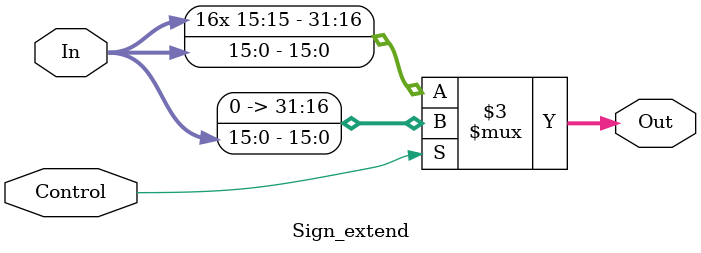
<source format=v>
module Sign_extend(In,Out,Control);
input[15:0] In;
input Control;
output[31:0] Out;
reg[31:0] Out;

always @ (In or Control)
begin 
if(Control)  
 Out<={16'b0,In};                        //if control=1 ==> unsigned 
					 //if control=0 ==> signed
else
 Out<={ {16{In[15]}}, In[15:0] };
 
end
endmodule


</source>
